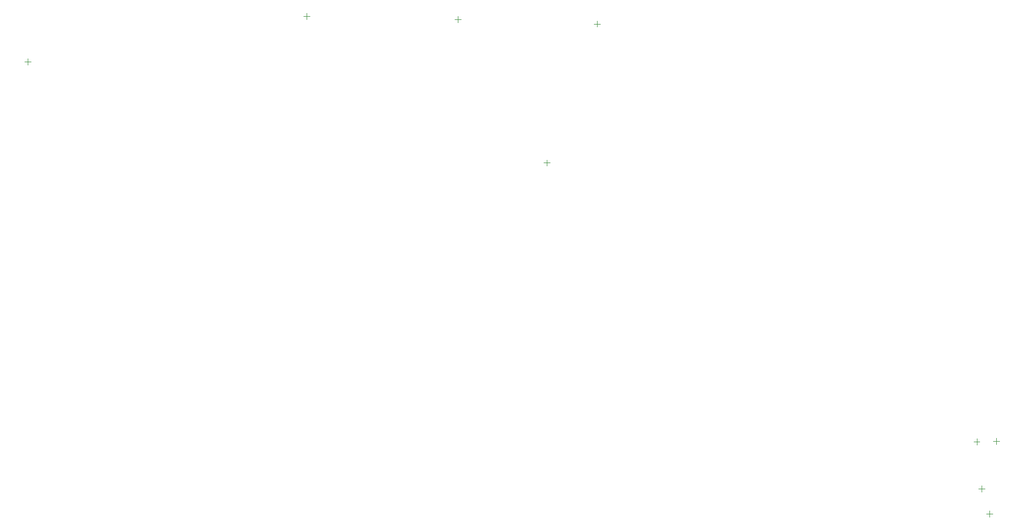
<source format=gbr>
%TF.GenerationSoftware,Altium Limited,Altium Designer,24.3.1 (35)*%
G04 Layer_Color=32896*
%FSLAX43Y43*%
%MOMM*%
%TF.SameCoordinates,76E1361F-AA3B-45A8-A24B-41510BF92E79*%
%TF.FilePolarity,Positive*%
%TF.FileFunction,Other,Bottom_Component_Center*%
%TF.Part,Single*%
G01*
G75*
%TA.AperFunction,NonConductor*%
%ADD133C,0.100*%
D133*
X14241Y82254D02*
Y83254D01*
X13741Y82754D02*
X14741D01*
X58891Y90126D02*
X59891D01*
X59391Y89626D02*
Y90626D01*
X83350Y89575D02*
X84350D01*
X83850Y89075D02*
Y90075D01*
X105825Y88875D02*
X106825D01*
X106325Y88375D02*
Y89375D01*
X98250Y65865D02*
Y66865D01*
X97750Y66365D02*
X98750D01*
X170937Y20751D02*
Y21751D01*
X170437Y21251D02*
X171437D01*
X167782Y20701D02*
Y21701D01*
X167282Y21201D02*
X168282D01*
X169837Y8976D02*
Y9976D01*
X169337Y9476D02*
X170337D01*
X168612Y13076D02*
Y14076D01*
X168112Y13576D02*
X169112D01*
%TF.MD5,7a3d5f0f3a7ce301d571651c4e254ac5*%
M02*

</source>
